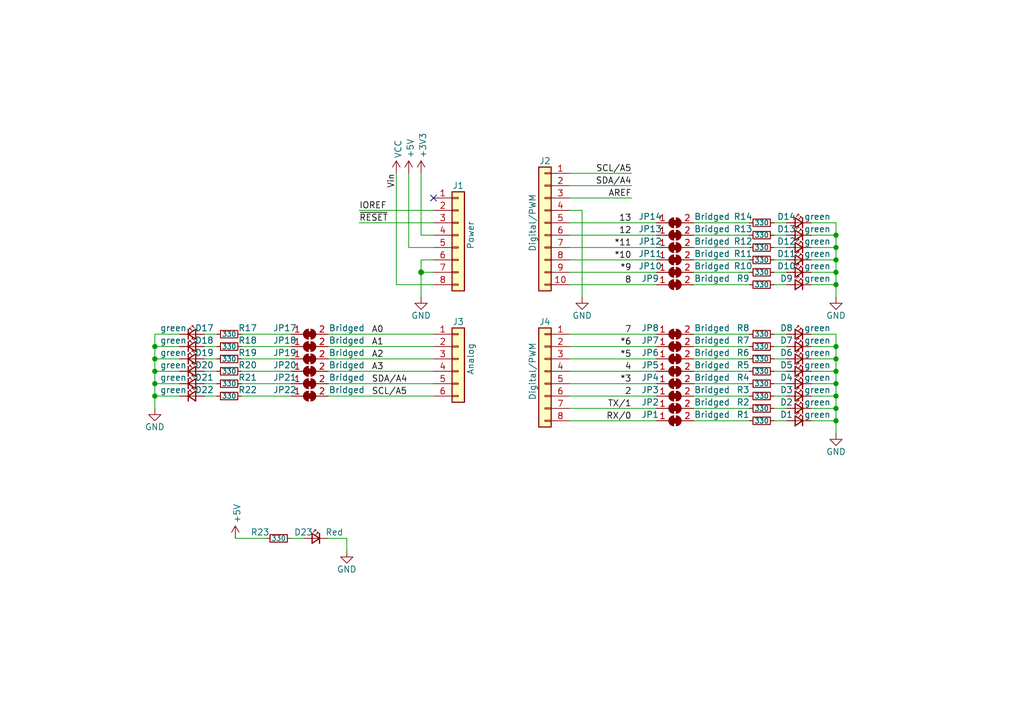
<source format=kicad_sch>
(kicad_sch (version 20230121) (generator eeschema)
  (paper "A5")
  (title_block (date "mar. 31 mars 2015"))
  (lib_symbols
    (symbol "Connector_Generic:Conn_01x06" (pin_names (offset 1.016) hide)
      (property "Reference" "J" (at 0 7.62 0))
      (property "Value" "Conn_01x06" (at 0 -10.16 0))
      (symbol "Conn_01x06_1_1"
        (rectangle (start -1.27 -7.493) (end 0 -7.747) (stroke (width 0.1524)))
        (rectangle (start -1.27 -4.953) (end 0 -5.207) (stroke (width 0.1524)))
        (rectangle (start -1.27 -2.413) (end 0 -2.667) (stroke (width 0.1524)))
        (rectangle (start -1.27 0.127) (end 0 -0.127) (stroke (width 0.1524)))
        (rectangle (start -1.27 2.667) (end 0 2.413) (stroke (width 0.1524)))
        (rectangle (start -1.27 5.207) (end 0 4.953) (stroke (width 0.1524)))
        (rectangle (start -1.27 6.35) (end 1.27 -8.89) (stroke (width 0.254)) (fill (type background)))
        (pin passive line (at -5.08 5.08 0) (length 3.81) (name "Pin_1") (number "1"))
        (pin passive line (at -5.08 2.54 0) (length 3.81) (name "Pin_2") (number "2"))
        (pin passive line (at -5.08 0 0) (length 3.81) (name "Pin_3") (number "3"))
        (pin passive line (at -5.08 -2.54 0) (length 3.81) (name "Pin_4") (number "4"))
        (pin passive line (at -5.08 -5.08 0) (length 3.81) (name "Pin_5") (number "5"))
        (pin passive line (at -5.08 -7.62 0) (length 3.81) (name "Pin_6") (number "6"))
      )
    )
    (symbol "Connector_Generic:Conn_01x08" (pin_names (offset 1.016) hide)
      (property "Reference" "J" (at 0 10.16 0))
      (property "Value" "Conn_01x08" (at 0 -12.7 0))
      (symbol "Conn_01x08_1_1"
        (rectangle (start -1.27 -10.033) (end 0 -10.287) (stroke (width 0.1524)))
        (rectangle (start -1.27 -7.493) (end 0 -7.747) (stroke (width 0.1524)))
        (rectangle (start -1.27 -4.953) (end 0 -5.207) (stroke (width 0.1524)))
        (rectangle (start -1.27 -2.413) (end 0 -2.667) (stroke (width 0.1524)))
        (rectangle (start -1.27 0.127) (end 0 -0.127) (stroke (width 0.1524)))
        (rectangle (start -1.27 2.667) (end 0 2.413) (stroke (width 0.1524)))
        (rectangle (start -1.27 5.207) (end 0 4.953) (stroke (width 0.1524)))
        (rectangle (start -1.27 7.747) (end 0 7.493) (stroke (width 0.1524)))
        (rectangle (start -1.27 8.89) (end 1.27 -11.43) (stroke (width 0.254)) (fill (type background)))
        (pin passive line (at -5.08 7.62 0) (length 3.81) (name "Pin_1") (number "1"))
        (pin passive line (at -5.08 5.08 0) (length 3.81) (name "Pin_2") (number "2"))
        (pin passive line (at -5.08 2.54 0) (length 3.81) (name "Pin_3") (number "3"))
        (pin passive line (at -5.08 0 0) (length 3.81) (name "Pin_4") (number "4"))
        (pin passive line (at -5.08 -2.54 0) (length 3.81) (name "Pin_5") (number "5"))
        (pin passive line (at -5.08 -5.08 0) (length 3.81) (name "Pin_6") (number "6"))
        (pin passive line (at -5.08 -7.62 0) (length 3.81) (name "Pin_7") (number "7"))
        (pin passive line (at -5.08 -10.16 0) (length 3.81) (name "Pin_8") (number "8"))
      )
    )
    (symbol "Connector_Generic:Conn_01x10" (pin_names (offset 1.016) hide)
      (property "Reference" "J" (at 0 12.7 0))
      (property "Value" "Conn_01x10" (at 0 -15.24 0))
      (symbol "Conn_01x10_1_1"
        (rectangle (start -1.27 -12.573) (end 0 -12.827) (stroke (width 0.1524)))
        (rectangle (start -1.27 -10.033) (end 0 -10.287) (stroke (width 0.1524)))
        (rectangle (start -1.27 -7.493) (end 0 -7.747) (stroke (width 0.1524)))
        (rectangle (start -1.27 -4.953) (end 0 -5.207) (stroke (width 0.1524)))
        (rectangle (start -1.27 -2.413) (end 0 -2.667) (stroke (width 0.1524)))
        (rectangle (start -1.27 0.127) (end 0 -0.127) (stroke (width 0.1524)))
        (rectangle (start -1.27 2.667) (end 0 2.413) (stroke (width 0.1524)))
        (rectangle (start -1.27 5.207) (end 0 4.953) (stroke (width 0.1524)))
        (rectangle (start -1.27 7.747) (end 0 7.493) (stroke (width 0.1524)))
        (rectangle (start -1.27 10.287) (end 0 10.033) (stroke (width 0.1524)))
        (rectangle (start -1.27 11.43) (end 1.27 -13.97) (stroke (width 0.254)) (fill (type background)))
        (pin passive line (at -5.08 10.16 0) (length 3.81) (name "Pin_1") (number "1"))
        (pin passive line (at -5.08 -12.7 0) (length 3.81) (name "Pin_10") (number "10"))
        (pin passive line (at -5.08 7.62 0) (length 3.81) (name "Pin_2") (number "2"))
        (pin passive line (at -5.08 5.08 0) (length 3.81) (name "Pin_3") (number "3"))
        (pin passive line (at -5.08 2.54 0) (length 3.81) (name "Pin_4") (number "4"))
        (pin passive line (at -5.08 0 0) (length 3.81) (name "Pin_5") (number "5"))
        (pin passive line (at -5.08 -2.54 0) (length 3.81) (name "Pin_6") (number "6"))
        (pin passive line (at -5.08 -5.08 0) (length 3.81) (name "Pin_7") (number "7"))
        (pin passive line (at -5.08 -7.62 0) (length 3.81) (name "Pin_8") (number "8"))
        (pin passive line (at -5.08 -10.16 0) (length 3.81) (name "Pin_9") (number "9"))
      )
    )
    (symbol "Device:LED_Small" (pin_numbers hide) (pin_names (offset 0.254) hide)
      (property "Reference" "D" (at -1.27 3.175 0))
      (property "Value" "LED_Small" (at -4.445 -2.54 0))
      (symbol "LED_Small_0_1"
        (polyline (pts (xy -0.762 -1.016) (xy -0.762 1.016)) (stroke (width 0.254)))
        (polyline (pts (xy 1.016 0) (xy -0.762 0)))
        (polyline (pts (xy 0.762 -1.016) (xy -0.762 0) (xy 0.762 1.016) (xy 0.762 -1.016)) (stroke (width 0.254)))
        (polyline (pts (xy 0 0.762) (xy -0.508 1.27) (xy -0.254 1.27) (xy -0.508 1.27) (xy -0.508 1.016)))
        (polyline (pts (xy 0.508 1.27) (xy 0 1.778) (xy 0.254 1.778) (xy 0 1.778) (xy 0 1.524)))
      )
      (symbol "LED_Small_1_1"
        (pin passive line (at -2.54 0 0) (length 1.778) (name "K") (number "1"))
        (pin passive line (at 2.54 0 180) (length 1.778) (name "A") (number "2"))
      )
    )
    (symbol "Device:R_Small" (pin_numbers hide) (pin_names (offset 0.254) hide)
      (property "Reference" "R" (at 0.762 0.508 0))
      (property "Value" "R_Small" (at 0.762 -1.016 0))
      (symbol "R_Small_0_1"
        (rectangle (start -0.762 1.778) (end 0.762 -1.778) (stroke (width 0.2032)))
      )
      (symbol "R_Small_1_1"
        (pin passive line (at 0 2.54 270) (length 0.762) (name "~") (number "1"))
        (pin passive line (at 0 -2.54 90) (length 0.762) (name "~") (number "2"))
      )
    )
    (symbol "Jumper:SolderJumper_2_Bridged" (pin_names (offset 0) hide)
      (property "Reference" "JP" (at 0 2.032 0))
      (property "Value" "SolderJumper_2_Bridged" (at 0 -2.54 0))
      (symbol "SolderJumper_2_Bridged_0_1"
        (rectangle (start -0.508 0.508) (end 0.508 -0.508) (fill (type outline)))
        (arc (start -0.254 1.016) (mid -1.2656 0) (end -0.254 -1.016))
        (arc (start -0.254 1.016) (mid -1.2656 0) (end -0.254 -1.016) (fill (type outline)))
        (polyline (pts (xy -0.254 1.016) (xy -0.254 -1.016)))
        (polyline (pts (xy 0.254 1.016) (xy 0.254 -1.016)))
        (arc (start 0.254 -1.016) (mid 1.2656 0) (end 0.254 1.016))
        (arc (start 0.254 -1.016) (mid 1.2656 0) (end 0.254 1.016) (fill (type outline)))
      )
      (symbol "SolderJumper_2_Bridged_1_1"
        (pin passive line (at -3.81 0 0) (length 2.54) (name "A") (number "1"))
        (pin passive line (at 3.81 0 180) (length 2.54) (name "B") (number "2"))
      )
    )
    (symbol "power:+3V3" (power) (pin_names (offset 0))
      (property "Value" "+3V3" (at 0 3.556 0))
      (symbol "+3V3_0_1"
        (polyline (pts (xy -0.762 1.27) (xy 0 2.54)))
        (polyline (pts (xy 0 0) (xy 0 2.54)))
        (polyline (pts (xy 0 2.54) (xy 0.762 1.27)))
      )
      (symbol "+3V3_1_1"
        (pin power_in line (at 0 0 90) (length 0) hide (name "+3V3") (number "1"))
      )
    )
    (symbol "power:+5V" (power) (pin_names (offset 0))
      (property "Value" "+5V" (at 0 3.556 0))
      (symbol "+5V_0_1"
        (polyline (pts (xy -0.762 1.27) (xy 0 2.54)))
        (polyline (pts (xy 0 0) (xy 0 2.54)))
        (polyline (pts (xy 0 2.54) (xy 0.762 1.27)))
      )
      (symbol "+5V_1_1"
        (pin power_in line (at 0 0 90) (length 0) hide (name "+5V") (number "1"))
      )
    )
    (symbol "power:GND" (power) (pin_names (offset 0))
      (property "Value" "GND" (at 0 -3.81 0))
      (symbol "GND_0_1"
        (polyline (pts (xy 0 0) (xy 0 -1.27) (xy 1.27 -1.27) (xy 0 -2.54) (xy -1.27 -1.27) (xy 0 -1.27)))
      )
      (symbol "GND_1_1"
        (pin power_in line (at 0 0 270) (length 0) hide (name "GND") (number "1"))
      )
    )
    (symbol "power:VCC" (power) (pin_names (offset 0))
      (property "Value" "VCC" (at 0 3.81 0))
      (symbol "VCC_0_1"
        (polyline (pts (xy -0.762 1.27) (xy 0 2.54)))
        (polyline (pts (xy 0 0) (xy 0 2.54)))
        (polyline (pts (xy 0 2.54) (xy 0.762 1.27)))
      )
      (symbol "VCC_1_1"
        (pin power_in line (at 0 0 90) (length 0) hide (name "VCC") (number "1"))
      )
    )
  )
  (junction (at 171.45 55.88))
  (junction (at 171.45 78.74))
  (junction (at 171.45 81.28))
  (junction (at 171.45 83.82))
  (junction (at 86.36 55.88) (diameter 1.016))
  (junction (at 31.75 78.74))
  (junction (at 171.45 73.66))
  (junction (at 31.75 81.28))
  (junction (at 171.45 48.26))
  (junction (at 171.45 53.34))
  (junction (at 171.45 50.8))
  (junction (at 31.75 73.66))
  (junction (at 171.45 76.2))
  (junction (at 31.75 76.2))
  (junction (at 171.45 58.42))
  (junction (at 171.45 86.36))
  (junction (at 171.45 71.12))
  (junction (at 31.75 71.12))
  (no_connect (at 88.9 40.64))
  (wire (pts (xy 116.84 38.1) (xy 129.54 38.1)))
  (wire (pts (xy 142.24 76.2) (xy 153.67 76.2)))
  (wire (pts (xy 67.31 68.58) (xy 88.9 68.58)))
  (wire (pts (xy 142.24 53.34) (xy 153.67 53.34)))
  (wire (pts (xy 36.83 78.74) (xy 31.75 78.74)))
  (wire (pts (xy 44.45 73.66) (xy 41.91 73.66)))
  (wire (pts (xy 142.24 55.88) (xy 153.67 55.88)))
  (wire (pts (xy 142.24 78.74) (xy 153.67 78.74)))
  (wire (pts (xy 116.84 68.58) (xy 134.62 68.58)))
  (wire (pts (xy 67.31 73.66) (xy 88.9 73.66)))
  (wire (pts (xy 86.36 53.34) (xy 86.36 55.88)))
  (wire (pts (xy 71.12 113.03) (xy 71.12 110.49)))
  (wire (pts (xy 49.53 68.58) (xy 59.69 68.58)))
  (wire (pts (xy 158.75 68.58) (xy 161.29 68.58)))
  (wire (pts (xy 171.45 45.72) (xy 171.45 48.26)))
  (wire (pts (xy 31.75 76.2) (xy 31.75 78.74)))
  (wire (pts (xy 166.37 50.8) (xy 171.45 50.8)))
  (wire (pts (xy 86.36 55.88) (xy 86.36 60.96)))
  (wire (pts (xy 49.53 78.74) (xy 59.69 78.74)))
  (wire (pts (xy 116.84 53.34) (xy 134.62 53.34)))
  (wire (pts (xy 86.36 48.26) (xy 88.9 48.26)))
  (wire (pts (xy 166.37 68.58) (xy 171.45 68.58)))
  (wire (pts (xy 142.24 73.66) (xy 153.67 73.66)))
  (wire (pts (xy 83.82 50.8) (xy 88.9 50.8)))
  (wire (pts (xy 83.82 35.56) (xy 83.82 50.8)))
  (wire (pts (xy 142.24 71.12) (xy 153.67 71.12)))
  (wire (pts (xy 116.84 55.88) (xy 134.62 55.88)))
  (wire (pts (xy 49.53 81.28) (xy 59.69 81.28)))
  (wire (pts (xy 36.83 76.2) (xy 31.75 76.2)))
  (wire (pts (xy 36.83 81.28) (xy 31.75 81.28)))
  (wire (pts (xy 158.75 86.36) (xy 161.29 86.36)))
  (wire (pts (xy 86.36 35.56) (xy 86.36 48.26)))
  (wire (pts (xy 36.83 68.58) (xy 31.75 68.58)))
  (wire (pts (xy 31.75 71.12) (xy 31.75 73.66)))
  (wire (pts (xy 166.37 86.36) (xy 171.45 86.36)))
  (wire (pts (xy 166.37 73.66) (xy 171.45 73.66)))
  (wire (pts (xy 171.45 78.74) (xy 171.45 81.28)))
  (wire (pts (xy 142.24 68.58) (xy 153.67 68.58)))
  (wire (pts (xy 31.75 78.74) (xy 31.75 81.28)))
  (wire (pts (xy 171.45 86.36) (xy 171.45 88.9)))
  (wire (pts (xy 36.83 73.66) (xy 31.75 73.66)))
  (wire (pts (xy 142.24 81.28) (xy 153.67 81.28)))
  (wire (pts (xy 31.75 73.66) (xy 31.75 76.2)))
  (wire (pts (xy 44.45 81.28) (xy 41.91 81.28)))
  (wire (pts (xy 166.37 48.26) (xy 171.45 48.26)))
  (wire (pts (xy 166.37 71.12) (xy 171.45 71.12)))
  (wire (pts (xy 49.53 71.12) (xy 59.69 71.12)))
  (wire (pts (xy 44.45 78.74) (xy 41.91 78.74)))
  (wire (pts (xy 142.24 86.36) (xy 153.67 86.36)))
  (wire (pts (xy 171.45 58.42) (xy 171.45 60.96)))
  (wire (pts (xy 142.24 48.26) (xy 153.67 48.26)))
  (wire (pts (xy 73.66 43.18) (xy 88.9 43.18)))
  (wire (pts (xy 171.45 53.34) (xy 171.45 55.88)))
  (wire (pts (xy 116.84 78.74) (xy 134.62 78.74)))
  (wire (pts (xy 67.31 81.28) (xy 88.9 81.28)))
  (wire (pts (xy 116.84 71.12) (xy 134.62 71.12)))
  (wire (pts (xy 171.45 73.66) (xy 171.45 76.2)))
  (wire (pts (xy 119.38 43.18) (xy 119.38 60.96)))
  (wire (pts (xy 116.84 48.26) (xy 134.62 48.26)))
  (wire (pts (xy 142.24 45.72) (xy 153.67 45.72)))
  (wire (pts (xy 166.37 78.74) (xy 171.45 78.74)))
  (wire (pts (xy 116.84 40.64) (xy 129.54 40.64)))
  (wire (pts (xy 166.37 83.82) (xy 171.45 83.82)))
  (wire (pts (xy 142.24 50.8) (xy 153.67 50.8)))
  (wire (pts (xy 171.45 50.8) (xy 171.45 53.34)))
  (wire (pts (xy 31.75 68.58) (xy 31.75 71.12)))
  (wire (pts (xy 44.45 76.2) (xy 41.91 76.2)))
  (wire (pts (xy 73.66 45.72) (xy 88.9 45.72)))
  (wire (pts (xy 171.45 83.82) (xy 171.45 86.36)))
  (wire (pts (xy 88.9 55.88) (xy 86.36 55.88)))
  (wire (pts (xy 142.24 83.82) (xy 153.67 83.82)))
  (wire (pts (xy 67.31 71.12) (xy 88.9 71.12)))
  (wire (pts (xy 116.84 45.72) (xy 134.62 45.72)))
  (wire (pts (xy 158.75 73.66) (xy 161.29 73.66)))
  (wire (pts (xy 158.75 55.88) (xy 161.29 55.88)))
  (wire (pts (xy 166.37 45.72) (xy 171.45 45.72)))
  (wire (pts (xy 88.9 58.42) (xy 81.28 58.42)))
  (wire (pts (xy 171.45 81.28) (xy 171.45 83.82)))
  (wire (pts (xy 49.53 76.2) (xy 59.69 76.2)))
  (wire (pts (xy 171.45 71.12) (xy 171.45 73.66)))
  (wire (pts (xy 59.69 110.49) (xy 62.23 110.49)))
  (wire (pts (xy 116.84 86.36) (xy 134.62 86.36)))
  (wire (pts (xy 158.75 71.12) (xy 161.29 71.12)))
  (wire (pts (xy 67.31 76.2) (xy 88.9 76.2)))
  (wire (pts (xy 71.12 110.49) (xy 67.31 110.49)))
  (wire (pts (xy 116.84 76.2) (xy 134.62 76.2)))
  (wire (pts (xy 116.84 43.18) (xy 119.38 43.18)))
  (wire (pts (xy 48.26 110.49) (xy 54.61 110.49)))
  (wire (pts (xy 166.37 53.34) (xy 171.45 53.34)))
  (wire (pts (xy 88.9 53.34) (xy 86.36 53.34)))
  (wire (pts (xy 166.37 76.2) (xy 171.45 76.2)))
  (wire (pts (xy 166.37 81.28) (xy 171.45 81.28)))
  (wire (pts (xy 67.31 78.74) (xy 88.9 78.74)))
  (wire (pts (xy 158.75 50.8) (xy 161.29 50.8)))
  (wire (pts (xy 158.75 78.74) (xy 161.29 78.74)))
  (wire (pts (xy 116.84 58.42) (xy 134.62 58.42)))
  (wire (pts (xy 166.37 55.88) (xy 171.45 55.88)))
  (wire (pts (xy 36.83 71.12) (xy 31.75 71.12)))
  (wire (pts (xy 116.84 35.56) (xy 129.54 35.56)))
  (wire (pts (xy 171.45 68.58) (xy 171.45 71.12)))
  (wire (pts (xy 166.37 58.42) (xy 171.45 58.42)))
  (wire (pts (xy 158.75 58.42) (xy 161.29 58.42)))
  (wire (pts (xy 158.75 48.26) (xy 161.29 48.26)))
  (wire (pts (xy 116.84 83.82) (xy 134.62 83.82)))
  (wire (pts (xy 49.53 73.66) (xy 59.69 73.66)))
  (wire (pts (xy 142.24 58.42) (xy 153.67 58.42)))
  (wire (pts (xy 116.84 73.66) (xy 134.62 73.66)))
  (wire (pts (xy 116.84 81.28) (xy 134.62 81.28)))
  (wire (pts (xy 158.75 81.28) (xy 161.29 81.28)))
  (wire (pts (xy 171.45 48.26) (xy 171.45 50.8)))
  (wire (pts (xy 31.75 81.28) (xy 31.75 83.82)))
  (wire (pts (xy 171.45 55.88) (xy 171.45 58.42)))
  (wire (pts (xy 158.75 83.82) (xy 161.29 83.82)))
  (wire (pts (xy 158.75 45.72) (xy 161.29 45.72)))
  (wire (pts (xy 44.45 71.12) (xy 41.91 71.12)))
  (wire (pts (xy 116.84 50.8) (xy 134.62 50.8)))
  (wire (pts (xy 44.45 68.58) (xy 41.91 68.58)))
  (wire (pts (xy 81.28 58.42) (xy 81.28 35.56)))
  (wire (pts (xy 158.75 76.2) (xy 161.29 76.2)))
  (wire (pts (xy 171.45 76.2) (xy 171.45 78.74)))
  (wire (pts (xy 158.75 53.34) (xy 161.29 53.34)))
  (text "* Indicates a PWM-capable pin" (at 177.8 180.34 0) (effects (font (size 1.27 1.27)) (justify left bottom)))
  (label "RX{slash}0" (at 129.54 86.36 180))
  (label "A2" (at 76.2 73.66 0))
  (label "4" (at 129.54 76.2 180))
  (label "2" (at 129.54 81.28 180))
  (label "A3" (at 76.2 76.2 0))
  (label "13" (at 129.54 45.72 180))
  (label "12" (at 129.54 48.26 180))
  (label "~{RESET}" (at 73.66 45.72 0))
  (label "*10" (at 129.54 53.34 180))
  (label "7" (at 129.54 68.58 180))
  (label "SDA{slash}A4" (at 129.54 38.1 180))
  (label "8" (at 129.54 58.42 180))
  (label "*11" (at 129.54 50.8 180))
  (label "*3" (at 129.54 78.74 180))
  (label "A1" (at 76.2 71.12 0))
  (label "TX{slash}1" (at 129.54 83.82 180))
  (label "A0" (at 76.2 68.58 0))
  (label "AREF" (at 129.54 40.64 180))
  (label "Vin" (at 81.28 35.56 270))
  (label "*6" (at 129.54 71.12 180))
  (label "SCL{slash}A5" (at 129.54 35.56 180))
  (label "*9" (at 129.54 55.88 180))
  (label "*5" (at 129.54 73.66 180))
  (label "IOREF" (at 73.66 43.18 0))
  (label "SDA{slash}A4" (at 76.2 78.74 0))
  (label "SCL{slash}A5" (at 76.2 81.28 0))
  (symbol (lib_id "Connector_Generic:Conn_01x08") (at 93.98 48.26 0) (unit 1)
    (property "Reference" "J1" (at 93.98 38.1 0))
    (property "Value" "Power" (at 96.52 48.26 90))
    (property "Footprint" "Connector_PinSocket_2.54mm:PinSocket_1x08_P2.54mm_Vertical" (effects hide))
  )
  (symbol (lib_id "power:+3V3") (at 86.36 35.56 0) (unit 1)
    (property "Reference" "#PWR03" (effects hide))
    (property "Value" "+3.3V" (at 86.741 32.512 90) (effects (justify left)))
  )
  (symbol (lib_id "power:+5V") (at 83.82 35.56 0) (unit 1)
    (property "Reference" "#PWR02" (effects hide))
    (property "Value" "+5V" (at 84.1756 32.512 90) (effects (justify left)))
  )
  (symbol (lib_id "power:GND") (at 86.36 60.96 0) (unit 1)
    (property "Reference" "#PWR04" (effects hide))
    (property "Value" "GND" (at 86.36 64.77 0))
  )
  (symbol (lib_id "Connector_Generic:Conn_01x10") (at 111.76 45.72 0) (mirror y) (unit 1)
    (property "Reference" "J2" (at 111.76 33.02 0))
    (property "Value" "Digital/PWM" (at 109.22 45.72 90))
    (property "Footprint" "Connector_PinSocket_2.54mm:PinSocket_1x10_P2.54mm_Vertical" (effects hide))
  )
  (symbol (lib_id "power:GND") (at 119.38 60.96 0) (unit 1)
    (property "Reference" "#PWR05" (effects hide))
    (property "Value" "GND" (at 119.38 64.77 0))
  )
  (symbol (lib_id "Connector_Generic:Conn_01x06") (at 93.98 73.66 0) (unit 1)
    (property "Reference" "J3" (at 93.98 66.04 0))
    (property "Value" "Analog" (at 96.52 73.66 90))
    (property "Footprint" "Connector_PinSocket_2.54mm:PinSocket_1x06_P2.54mm_Vertical" (effects hide))
  )
  (symbol (lib_id "Connector_Generic:Conn_01x08") (at 111.76 76.2 0) (mirror y) (unit 1)
    (property "Reference" "J4" (at 111.76 66.04 0))
    (property "Value" "Digital/PWM" (at 109.22 76.2 90))
    (property "Footprint" "Connector_PinSocket_2.54mm:PinSocket_1x08_P2.54mm_Vertical" (effects hide))
  )
  (symbol (lib_id "Device:R_Small") (at 46.99 78.74 270) (mirror x) (unit 1)
    (property "Reference" "R21" (at 50.8 77.47 90))
    (property "Value" "330" (at 46.99 78.74 90) (effects (font (size 1 1))))
    (property "Footprint" "Resistor_SMD:R_0603_1608Metric_Pad0.98x0.95mm_HandSolder" (effects hide))
  )
  (symbol (lib_id "Device:LED_Small") (at 163.83 76.2 0) (mirror y) (unit 1)
    (property "Reference" "D5" (at 161.29 74.93 0))
    (property "Value" "green" (at 167.64 74.93 0))
    (property "Footprint" "LED_SMD:LED_0805_2012Metric_Pad1.15x1.40mm_HandSolder" (effects hide))
  )
  (symbol (lib_id "Device:R_Small") (at 156.21 83.82 90) (unit 1)
    (property "Reference" "R2" (at 152.4 82.55 90))
    (property "Value" "330" (at 156.21 83.82 90) (effects (font (size 1 1))))
    (property "Footprint" "Resistor_SMD:R_0603_1608Metric_Pad0.98x0.95mm_HandSolder" (effects hide))
  )
  (symbol (lib_id "Device:R_Small") (at 46.99 76.2 270) (mirror x) (unit 1)
    (property "Reference" "R20" (at 50.8 74.93 90))
    (property "Value" "330" (at 46.99 76.2 90) (effects (font (size 1 1))))
    (property "Footprint" "Resistor_SMD:R_0603_1608Metric_Pad0.98x0.95mm_HandSolder" (effects hide))
  )
  (symbol (lib_id "Device:LED_Small") (at 163.83 83.82 0) (mirror y) (unit 1)
    (property "Reference" "D2" (at 161.29 82.55 0))
    (property "Value" "green" (at 167.64 82.55 0))
    (property "Footprint" "LED_SMD:LED_0805_2012Metric_Pad1.15x1.40mm_HandSolder" (effects hide))
  )
  (symbol (lib_id "Jumper:SolderJumper_2_Bridged") (at 138.43 50.8 0) (unit 1)
    (property "Reference" "JP12" (at 133.35 49.53 0))
    (property "Value" "Bridged" (at 146.05 49.53 0))
    (property "Footprint" "Jumper:SolderJumper-2_P1.3mm_Bridged_Pad1.0x1.5mm" (effects hide))
  )
  (symbol (lib_id "Device:R_Small") (at 156.21 53.34 90) (unit 1)
    (property "Reference" "R11" (at 152.4 52.07 90))
    (property "Value" "330" (at 156.21 53.34 90) (effects (font (size 1 1))))
    (property "Footprint" "Resistor_SMD:R_0603_1608Metric_Pad0.98x0.95mm_HandSolder" (effects hide))
  )
  (symbol (lib_id "power:GND") (at 171.45 60.96 0) (unit 1)
    (property "Reference" "#PWR07" (effects hide))
    (property "Value" "GND" (at 171.45 64.77 0))
  )
  (symbol (lib_id "power:+5V") (at 48.26 110.49 0) (unit 1)
    (property "Reference" "#PWR09" (effects hide))
    (property "Value" "+5V" (at 48.6156 107.442 90) (effects (justify left)))
  )
  (symbol (lib_id "Jumper:SolderJumper_2_Bridged") (at 138.43 83.82 0) (unit 1)
    (property "Reference" "JP2" (at 133.35 82.55 0))
    (property "Value" "Bridged" (at 146.05 82.55 0))
    (property "Footprint" "Jumper:SolderJumper-2_P1.3mm_Bridged_Pad1.0x1.5mm" (effects hide))
  )
  (symbol (lib_id "Device:R_Small") (at 156.21 48.26 90) (unit 1)
    (property "Reference" "R13" (at 152.4 46.99 90))
    (property "Value" "330" (at 156.21 48.26 90) (effects (font (size 1 1))))
    (property "Footprint" "Resistor_SMD:R_0603_1608Metric_Pad0.98x0.95mm_HandSolder" (effects hide))
  )
  (symbol (lib_id "Jumper:SolderJumper_2_Bridged") (at 63.5 71.12 0) (unit 1)
    (property "Reference" "JP18" (at 58.42 69.85 0))
    (property "Value" "Bridged" (at 71.12 69.85 0))
    (property "Footprint" "Jumper:SolderJumper-2_P1.3mm_Bridged_Pad1.0x1.5mm" (effects hide))
  )
  (symbol (lib_id "Jumper:SolderJumper_2_Bridged") (at 63.5 68.58 0) (unit 1)
    (property "Reference" "JP17" (at 58.42 67.31 0))
    (property "Value" "Bridged" (at 71.12 67.31 0))
    (property "Footprint" "Jumper:SolderJumper-2_P1.3mm_Bridged_Pad1.0x1.5mm" (effects hide))
  )
  (symbol (lib_id "Device:LED_Small") (at 163.83 45.72 0) (mirror y) (unit 1)
    (property "Reference" "D14" (at 161.29 44.45 0))
    (property "Value" "green" (at 167.64 44.45 0))
    (property "Footprint" "LED_SMD:LED_0805_2012Metric_Pad1.15x1.40mm_HandSolder" (effects hide))
  )
  (symbol (lib_id "Device:LED_Small") (at 163.83 81.28 0) (mirror y) (unit 1)
    (property "Reference" "D3" (at 161.29 80.01 0))
    (property "Value" "green" (at 167.64 80.01 0))
    (property "Footprint" "LED_SMD:LED_0805_2012Metric_Pad1.15x1.40mm_HandSolder" (effects hide))
  )
  (symbol (lib_id "Device:R_Small") (at 156.21 86.36 90) (unit 1)
    (property "Reference" "R1" (at 152.4 85.09 90))
    (property "Value" "330" (at 156.21 86.36 90) (effects (font (size 1 1))))
    (property "Footprint" "Resistor_SMD:R_0603_1608Metric_Pad0.98x0.95mm_HandSolder" (effects hide))
  )
  (symbol (lib_id "Jumper:SolderJumper_2_Bridged") (at 63.5 78.74 0) (unit 1)
    (property "Reference" "JP21" (at 58.42 77.47 0))
    (property "Value" "Bridged" (at 71.12 77.47 0))
    (property "Footprint" "Jumper:SolderJumper-2_P1.3mm_Bridged_Pad1.0x1.5mm" (effects hide))
  )
  (symbol (lib_id "Device:R_Small") (at 156.21 78.74 90) (unit 1)
    (property "Reference" "R4" (at 152.4 77.47 90))
    (property "Value" "330" (at 156.21 78.74 90) (effects (font (size 1 1))))
    (property "Footprint" "Resistor_SMD:R_0603_1608Metric_Pad0.98x0.95mm_HandSolder" (effects hide))
  )
  (symbol (lib_id "Device:LED_Small") (at 163.83 53.34 0) (mirror y) (unit 1)
    (property "Reference" "D11" (at 161.29 52.07 0))
    (property "Value" "green" (at 167.64 52.07 0))
    (property "Footprint" "LED_SMD:LED_0805_2012Metric_Pad1.15x1.40mm_HandSolder" (effects hide))
  )
  (symbol (lib_id "Device:R_Small") (at 156.21 68.58 90) (unit 1)
    (property "Reference" "R8" (at 152.4 67.31 90))
    (property "Value" "330" (at 156.21 68.58 90) (effects (font (size 1 1))))
    (property "Footprint" "Resistor_SMD:R_0603_1608Metric_Pad0.98x0.95mm_HandSolder" (effects hide))
  )
  (symbol (lib_id "power:VCC") (at 81.28 35.56 0) (unit 1)
    (property "Reference" "#PWR01" (effects hide))
    (property "Value" "VCC" (at 81.661 32.512 90) (effects (justify left)))
  )
  (symbol (lib_id "Device:R_Small") (at 46.99 81.28 270) (mirror x) (unit 1)
    (property "Reference" "R22" (at 50.8 80.01 90))
    (property "Value" "330" (at 46.99 81.28 90) (effects (font (size 1 1))))
    (property "Footprint" "Resistor_SMD:R_0603_1608Metric_Pad0.98x0.95mm_HandSolder" (effects hide))
  )
  (symbol (lib_id "Jumper:SolderJumper_2_Bridged") (at 138.43 78.74 0) (unit 1)
    (property "Reference" "JP4" (at 133.35 77.47 0))
    (property "Value" "Bridged" (at 146.05 77.47 0))
    (property "Footprint" "Jumper:SolderJumper-2_P1.3mm_Bridged_Pad1.0x1.5mm" (effects hide))
  )
  (symbol (lib_id "Device:R_Small") (at 156.21 50.8 90) (unit 1)
    (property "Reference" "R12" (at 152.4 49.53 90))
    (property "Value" "330" (at 156.21 50.8 90) (effects (font (size 1 1))))
    (property "Footprint" "Resistor_SMD:R_0603_1608Metric_Pad0.98x0.95mm_HandSolder" (effects hide))
  )
  (symbol (lib_id "power:GND") (at 31.75 83.82 0) (unit 1)
    (property "Reference" "#PWR08" (effects hide))
    (property "Value" "GND" (at 31.75 87.63 0))
  )
  (symbol (lib_id "Jumper:SolderJumper_2_Bridged") (at 138.43 58.42 0) (unit 1)
    (property "Reference" "JP9" (at 133.35 57.15 0))
    (property "Value" "Bridged" (at 146.05 57.15 0))
    (property "Footprint" "Jumper:SolderJumper-2_P1.3mm_Bridged_Pad1.0x1.5mm" (effects hide))
  )
  (symbol (lib_id "power:GND") (at 71.12 113.03 0) (unit 1)
    (property "Reference" "#PWR010" (effects hide))
    (property "Value" "GND" (at 71.12 116.84 0))
  )
  (symbol (lib_id "Jumper:SolderJumper_2_Bridged") (at 138.43 86.36 0) (unit 1)
    (property "Reference" "JP1" (at 133.35 85.09 0))
    (property "Value" "Bridged" (at 146.05 85.09 0))
    (property "Footprint" "Jumper:SolderJumper-2_P1.3mm_Bridged_Pad1.0x1.5mm" (effects hide))
  )
  (symbol (lib_id "Device:LED_Small") (at 163.83 48.26 0) (mirror y) (unit 1)
    (property "Reference" "D13" (at 161.29 46.99 0))
    (property "Value" "green" (at 167.64 46.99 0))
    (property "Footprint" "LED_SMD:LED_0805_2012Metric_Pad1.15x1.40mm_HandSolder" (effects hide))
  )
  (symbol (lib_id "Jumper:SolderJumper_2_Bridged") (at 63.5 76.2 0) (unit 1)
    (property "Reference" "JP20" (at 58.42 74.93 0))
    (property "Value" "Bridged" (at 71.12 74.93 0))
    (property "Footprint" "Jumper:SolderJumper-2_P1.3mm_Bridged_Pad1.0x1.5mm" (effects hide))
  )
  (symbol (lib_id "Jumper:SolderJumper_2_Bridged") (at 138.43 45.72 0) (unit 1)
    (property "Reference" "JP14" (at 133.35 44.45 0))
    (property "Value" "Bridged" (at 146.05 44.45 0))
    (property "Footprint" "Jumper:SolderJumper-2_P1.3mm_Bridged_Pad1.0x1.5mm" (effects hide))
  )
  (symbol (lib_id "power:GND") (at 171.45 88.9 0) (unit 1)
    (property "Reference" "#PWR06" (effects hide))
    (property "Value" "GND" (at 171.45 92.71 0))
  )
  (symbol (lib_id "Device:LED_Small") (at 39.37 71.12 0) (unit 1)
    (property "Reference" "D18" (at 41.91 69.85 0))
    (property "Value" "green" (at 35.56 69.85 0))
    (property "Footprint" "LED_SMD:LED_0805_2012Metric_Pad1.15x1.40mm_HandSolder" (effects hide))
  )
  (symbol (lib_id "Device:LED_Small") (at 39.37 68.58 0) (unit 1)
    (property "Reference" "D17" (at 41.91 67.31 0))
    (property "Value" "green" (at 35.56 67.31 0))
    (property "Footprint" "LED_SMD:LED_0805_2012Metric_Pad1.15x1.40mm_HandSolder" (effects hide))
  )
  (symbol (lib_id "Device:R_Small") (at 156.21 58.42 90) (unit 1)
    (property "Reference" "R9" (at 152.4 57.15 90))
    (property "Value" "330" (at 156.21 58.42 90) (effects (font (size 1 1))))
    (property "Footprint" "Resistor_SMD:R_0603_1608Metric_Pad0.98x0.95mm_HandSolder" (effects hide))
  )
  (symbol (lib_id "Device:LED_Small") (at 39.37 78.74 0) (unit 1)
    (property "Reference" "D21" (at 41.91 77.47 0))
    (property "Value" "green" (at 35.56 77.47 0))
    (property "Footprint" "LED_SMD:LED_0805_2012Metric_Pad1.15x1.40mm_HandSolder" (effects hide))
  )
  (symbol (lib_id "Device:LED_Small") (at 39.37 81.28 0) (unit 1)
    (property "Reference" "D22" (at 41.91 80.01 0))
    (property "Value" "green" (at 35.56 80.01 0))
    (property "Footprint" "LED_SMD:LED_0805_2012Metric_Pad1.15x1.40mm_HandSolder" (effects hide))
  )
  (symbol (lib_id "Jumper:SolderJumper_2_Bridged") (at 138.43 68.58 0) (unit 1)
    (property "Reference" "JP8" (at 133.35 67.31 0))
    (property "Value" "Bridged" (at 146.05 67.31 0))
    (property "Footprint" "Jumper:SolderJumper-2_P1.3mm_Bridged_Pad1.0x1.5mm" (effects hide))
  )
  (symbol (lib_id "Jumper:SolderJumper_2_Bridged") (at 138.43 76.2 0) (unit 1)
    (property "Reference" "JP5" (at 133.35 74.93 0))
    (property "Value" "Bridged" (at 146.05 74.93 0))
    (property "Footprint" "Jumper:SolderJumper-2_P1.3mm_Bridged_Pad1.0x1.5mm" (effects hide))
  )
  (symbol (lib_id "Device:R_Small") (at 156.21 55.88 90) (unit 1)
    (property "Reference" "R10" (at 152.4 54.61 90))
    (property "Value" "330" (at 156.21 55.88 90) (effects (font (size 1 1))))
    (property "Footprint" "Resistor_SMD:R_0603_1608Metric_Pad0.98x0.95mm_HandSolder" (effects hide))
  )
  (symbol (lib_id "Jumper:SolderJumper_2_Bridged") (at 63.5 81.28 0) (unit 1)
    (property "Reference" "JP22" (at 58.42 80.01 0))
    (property "Value" "Bridged" (at 71.12 80.01 0))
    (property "Footprint" "Jumper:SolderJumper-2_P1.3mm_Bridged_Pad1.0x1.5mm" (effects hide))
  )
  (symbol (lib_id "Device:LED_Small") (at 64.77 110.49 0) (mirror y) (unit 1)
    (property "Reference" "D23" (at 62.23 109.22 0))
    (property "Value" "Red" (at 68.58 109.22 0))
    (property "Footprint" "LED_SMD:LED_0805_2012Metric_Pad1.15x1.40mm_HandSolder" (effects hide))
  )
  (symbol (lib_id "Device:R_Small") (at 46.99 71.12 270) (mirror x) (unit 1)
    (property "Reference" "R18" (at 50.8 69.85 90))
    (property "Value" "330" (at 46.99 71.12 90) (effects (font (size 1 1))))
    (property "Footprint" "Resistor_SMD:R_0603_1608Metric_Pad0.98x0.95mm_HandSolder" (effects hide))
  )
  (symbol (lib_id "Device:LED_Small") (at 39.37 76.2 0) (unit 1)
    (property "Reference" "D20" (at 41.91 74.93 0))
    (property "Value" "green" (at 35.56 74.93 0))
    (property "Footprint" "LED_SMD:LED_0805_2012Metric_Pad1.15x1.40mm_HandSolder" (effects hide))
  )
  (symbol (lib_id "Device:R_Small") (at 46.99 73.66 270) (mirror x) (unit 1)
    (property "Reference" "R19" (at 50.8 72.39 90))
    (property "Value" "330" (at 46.99 73.66 90) (effects (font (size 1 1))))
    (property "Footprint" "Resistor_SMD:R_0603_1608Metric_Pad0.98x0.95mm_HandSolder" (effects hide))
  )
  (symbol (lib_id "Device:R_Small") (at 156.21 76.2 90) (unit 1)
    (property "Reference" "R5" (at 152.4 74.93 90))
    (property "Value" "330" (at 156.21 76.2 90) (effects (font (size 1 1))))
    (property "Footprint" "Resistor_SMD:R_0603_1608Metric_Pad0.98x0.95mm_HandSolder" (effects hide))
  )
  (symbol (lib_id "Device:R_Small") (at 57.15 110.49 90) (unit 1)
    (property "Reference" "R23" (at 53.34 109.22 90))
    (property "Value" "330" (at 57.15 110.49 90) (effects (font (size 1 1))))
    (property "Footprint" "Resistor_SMD:R_0603_1608Metric_Pad0.98x0.95mm_HandSolder" (effects hide))
  )
  (symbol (lib_id "Device:LED_Small") (at 163.83 58.42 0) (mirror y) (unit 1)
    (property "Reference" "D9" (at 161.29 57.15 0))
    (property "Value" "green" (at 167.64 57.15 0))
    (property "Footprint" "LED_SMD:LED_0805_2012Metric_Pad1.15x1.40mm_HandSolder" (effects hide))
  )
  (symbol (lib_id "Device:LED_Small") (at 163.83 68.58 0) (mirror y) (unit 1)
    (property "Reference" "D8" (at 161.29 67.31 0))
    (property "Value" "green" (at 167.64 67.31 0))
    (property "Footprint" "LED_SMD:LED_0805_2012Metric_Pad1.15x1.40mm_HandSolder" (effects hide))
  )
  (symbol (lib_id "Jumper:SolderJumper_2_Bridged") (at 138.43 81.28 0) (unit 1)
    (property "Reference" "JP3" (at 133.35 80.01 0))
    (property "Value" "Bridged" (at 146.05 80.01 0))
    (property "Footprint" "Jumper:SolderJumper-2_P1.3mm_Bridged_Pad1.0x1.5mm" (effects hide))
  )
  (symbol (lib_id "Device:LED_Small") (at 163.83 86.36 0) (mirror y) (unit 1)
    (property "Reference" "D1" (at 161.29 85.09 0))
    (property "Value" "green" (at 167.64 85.09 0))
    (property "Footprint" "LED_SMD:LED_0805_2012Metric_Pad1.15x1.40mm_HandSolder" (effects hide))
  )
  (symbol (lib_id "Jumper:SolderJumper_2_Bridged") (at 138.43 71.12 0) (unit 1)
    (property "Reference" "JP7" (at 133.35 69.85 0))
    (property "Value" "Bridged" (at 146.05 69.85 0))
    (property "Footprint" "Jumper:SolderJumper-2_P1.3mm_Bridged_Pad1.0x1.5mm" (effects hide))
  )
  (symbol (lib_id "Device:LED_Small") (at 39.37 73.66 0) (unit 1)
    (property "Reference" "D19" (at 41.91 72.39 0))
    (property "Value" "green" (at 35.56 72.39 0))
    (property "Footprint" "LED_SMD:LED_0805_2012Metric_Pad1.15x1.40mm_HandSolder" (effects hide))
  )
  (symbol (lib_id "Jumper:SolderJumper_2_Bridged") (at 138.43 73.66 0) (unit 1)
    (property "Reference" "JP6" (at 133.35 72.39 0))
    (property "Value" "Bridged" (at 146.05 72.39 0))
    (property "Footprint" "Jumper:SolderJumper-2_P1.3mm_Bridged_Pad1.0x1.5mm" (effects hide))
  )
  (symbol (lib_id "Device:R_Small") (at 46.99 68.58 270) (mirror x) (unit 1)
    (property "Reference" "R17" (at 50.8 67.31 90))
    (property "Value" "330" (at 46.99 68.58 90) (effects (font (size 1 1))))
    (property "Footprint" "Resistor_SMD:R_0603_1608Metric_Pad0.98x0.95mm_HandSolder" (effects hide))
  )
  (symbol (lib_id "Device:LED_Small") (at 163.83 73.66 0) (mirror y) (unit 1)
    (property "Reference" "D6" (at 161.29 72.39 0))
    (property "Value" "green" (at 167.64 72.39 0))
    (property "Footprint" "LED_SMD:LED_0805_2012Metric_Pad1.15x1.40mm_HandSolder" (effects hide))
  )
  (symbol (lib_id "Device:LED_Small") (at 163.83 78.74 0) (mirror y) (unit 1)
    (property "Reference" "D4" (at 161.29 77.47 0))
    (property "Value" "green" (at 167.64 77.47 0))
    (property "Footprint" "LED_SMD:LED_0805_2012Metric_Pad1.15x1.40mm_HandSolder" (effects hide))
  )
  (symbol (lib_id "Device:LED_Small") (at 163.83 71.12 0) (mirror y) (unit 1)
    (property "Reference" "D7" (at 161.29 69.85 0))
    (property "Value" "green" (at 167.64 69.85 0))
    (property "Footprint" "LED_SMD:LED_0805_2012Metric_Pad1.15x1.40mm_HandSolder" (effects hide))
  )
  (symbol (lib_id "Jumper:SolderJumper_2_Bridged") (at 138.43 53.34 0) (unit 1)
    (property "Reference" "JP11" (at 133.35 52.07 0))
    (property "Value" "Bridged" (at 146.05 52.07 0))
    (property "Footprint" "Jumper:SolderJumper-2_P1.3mm_Bridged_Pad1.0x1.5mm" (effects hide))
  )
  (symbol (lib_id "Device:R_Small") (at 156.21 45.72 90) (unit 1)
    (property "Reference" "R14" (at 152.4 44.45 90))
    (property "Value" "330" (at 156.21 45.72 90) (effects (font (size 1 1))))
    (property "Footprint" "Resistor_SMD:R_0603_1608Metric_Pad0.98x0.95mm_HandSolder" (effects hide))
  )
  (symbol (lib_id "Device:R_Small") (at 156.21 81.28 90) (unit 1)
    (property "Reference" "R3" (at 152.4 80.01 90))
    (property "Value" "330" (at 156.21 81.28 90) (effects (font (size 1 1))))
    (property "Footprint" "Resistor_SMD:R_0603_1608Metric_Pad0.98x0.95mm_HandSolder" (effects hide))
  )
  (symbol (lib_id "Jumper:SolderJumper_2_Bridged") (at 138.43 48.26 0) (unit 1)
    (property "Reference" "JP13" (at 133.35 46.99 0))
    (property "Value" "Bridged" (at 146.05 46.99 0))
    (property "Footprint" "Jumper:SolderJumper-2_P1.3mm_Bridged_Pad1.0x1.5mm" (effects hide))
  )
  (symbol (lib_id "Device:LED_Small") (at 163.83 55.88 0) (mirror y) (unit 1)
    (property "Reference" "D10" (at 161.29 54.61 0))
    (property "Value" "green" (at 167.64 54.61 0))
    (property "Footprint" "LED_SMD:LED_0805_2012Metric_Pad1.15x1.40mm_HandSolder" (effects hide))
  )
  (symbol (lib_id "Device:R_Small") (at 156.21 71.12 90) (unit 1)
    (property "Reference" "R7" (at 152.4 69.85 90))
    (property "Value" "330" (at 156.21 71.12 90) (effects (font (size 1 1))))
    (property "Footprint" "Resistor_SMD:R_0603_1608Metric_Pad0.98x0.95mm_HandSolder" (effects hide))
  )
  (symbol (lib_id "Device:LED_Small") (at 163.83 50.8 0) (mirror y) (unit 1)
    (property "Reference" "D12" (at 161.29 49.53 0))
    (property "Value" "green" (at 167.64 49.53 0))
    (property "Footprint" "LED_SMD:LED_0805_2012Metric_Pad1.15x1.40mm_HandSolder" (effects hide))
  )
  (symbol (lib_id "Jumper:SolderJumper_2_Bridged") (at 138.43 55.88 0) (unit 1)
    (property "Reference" "JP10" (at 133.35 54.61 0))
    (property "Value" "Bridged" (at 146.05 54.61 0))
    (property "Footprint" "Jumper:SolderJumper-2_P1.3mm_Bridged_Pad1.0x1.5mm" (effects hide))
  )
  (symbol (lib_id "Device:R_Small") (at 156.21 73.66 90) (unit 1)
    (property "Reference" "R6" (at 152.4 72.39 90))
    (property "Value" "330" (at 156.21 73.66 90) (effects (font (size 1 1))))
    (property "Footprint" "Resistor_SMD:R_0603_1608Metric_Pad0.98x0.95mm_HandSolder" (effects hide))
  )
  (symbol (lib_id "Jumper:SolderJumper_2_Bridged") (at 63.5 73.66 0) (unit 1)
    (property "Reference" "JP19" (at 58.42 72.39 0))
    (property "Value" "Bridged" (at 71.12 72.39 0))
    (property "Footprint" "Jumper:SolderJumper-2_P1.3mm_Bridged_Pad1.0x1.5mm" (effects hide))
  )
)
</source>
